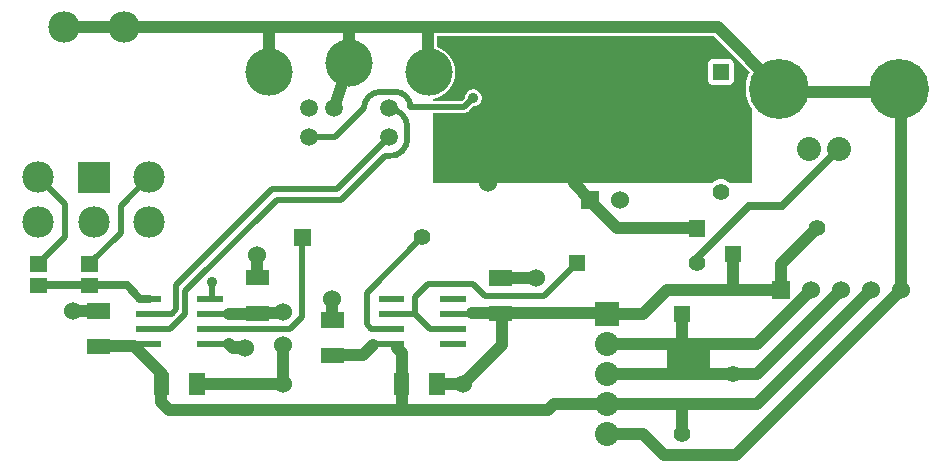
<source format=gbr>
G04 start of page 2 for group 0 idx 0 *
G04 Title: (unknown), component *
G04 Creator: pcb 20140316 *
G04 CreationDate: Wed 09 Mar 2016 04:49:46 PM GMT UTC *
G04 For: fosse *
G04 Format: Gerber/RS-274X *
G04 PCB-Dimensions (mil): 3665.00 1935.00 *
G04 PCB-Coordinate-Origin: lower left *
%MOIN*%
%FSLAX25Y25*%
%LNTOP*%
%ADD33C,0.0358*%
%ADD32C,0.0925*%
%ADD31C,0.0710*%
%ADD30C,0.0650*%
%ADD29C,0.0300*%
%ADD28C,0.0420*%
%ADD27C,0.0320*%
%ADD26C,0.0790*%
%ADD25C,0.0350*%
%ADD24C,0.0360*%
%ADD23R,0.0200X0.0200*%
%ADD22R,0.0512X0.0512*%
%ADD21C,0.0591*%
%ADD20C,0.1575*%
%ADD19C,0.1050*%
%ADD18C,0.0550*%
%ADD17C,0.0600*%
%ADD16C,0.0800*%
%ADD15C,0.2000*%
%ADD14C,0.0250*%
%ADD13C,0.0200*%
%ADD12C,0.0400*%
%ADD11C,0.0001*%
G54D11*G36*
X173000Y138000D02*X181000D01*
Y130000D01*
X173000D01*
Y138000D01*
G37*
G36*
X190240Y137278D02*X200000D01*
Y127500D01*
X190240D01*
Y137278D01*
G37*
G36*
X244000Y174257D02*X253707Y164550D01*
X253445Y164123D01*
X252768Y162487D01*
X252354Y160765D01*
X252215Y159000D01*
X252354Y157235D01*
X252768Y155513D01*
X253445Y153877D01*
X254370Y152367D01*
X254500Y152215D01*
Y127500D01*
X247108D01*
X247014Y127609D01*
X246506Y128044D01*
X245935Y128393D01*
X245317Y128649D01*
X244667Y128806D01*
X244000Y128858D01*
Y160352D01*
X246985Y160359D01*
X247215Y160414D01*
X247433Y160504D01*
X247634Y160628D01*
X247814Y160781D01*
X247967Y160960D01*
X248091Y161162D01*
X248181Y161380D01*
X248236Y161610D01*
X248250Y161845D01*
X248236Y167580D01*
X248181Y167810D01*
X248091Y168028D01*
X247967Y168229D01*
X247814Y168409D01*
X247634Y168562D01*
X247433Y168686D01*
X247215Y168776D01*
X246985Y168831D01*
X246750Y168845D01*
X244000Y168838D01*
Y174257D01*
G37*
G36*
X176994Y176500D02*X241757D01*
X244000Y174257D01*
Y168838D01*
X241015Y168831D01*
X240785Y168776D01*
X240567Y168686D01*
X240366Y168562D01*
X240186Y168409D01*
X240033Y168229D01*
X239909Y168028D01*
X239819Y167810D01*
X239764Y167580D01*
X239750Y167345D01*
X239764Y161610D01*
X239819Y161380D01*
X239909Y161162D01*
X240033Y160960D01*
X240186Y160781D01*
X240366Y160628D01*
X240567Y160504D01*
X240785Y160414D01*
X241015Y160359D01*
X241250Y160345D01*
X244000Y160352D01*
Y128858D01*
X243333Y128806D01*
X242683Y128649D01*
X242065Y128393D01*
X241494Y128044D01*
X240986Y127609D01*
X240892Y127500D01*
X199243D01*
X198000Y128743D01*
Y129354D01*
X198246Y129642D01*
X198575Y130178D01*
X198816Y130760D01*
X198963Y131372D01*
X199000Y132000D01*
X198963Y132628D01*
X198816Y133240D01*
X198575Y133822D01*
X198246Y134358D01*
X197837Y134837D01*
X197358Y135246D01*
X196822Y135575D01*
X196240Y135816D01*
X195628Y135963D01*
X195000Y136012D01*
X194372Y135963D01*
X193760Y135816D01*
X193178Y135575D01*
X192642Y135246D01*
X192163Y134837D01*
X191754Y134358D01*
X191425Y133822D01*
X191184Y133240D01*
X191037Y132628D01*
X190988Y132000D01*
X191037Y131372D01*
X191184Y130760D01*
X191425Y130178D01*
X191754Y129642D01*
X192000Y129354D01*
Y127618D01*
X191991Y127500D01*
Y127500D01*
X176994D01*
Y129988D01*
X177000Y129988D01*
X177628Y130037D01*
X178240Y130184D01*
X178822Y130425D01*
X179358Y130754D01*
X179837Y131163D01*
X180246Y131642D01*
X180575Y132178D01*
X180816Y132760D01*
X180963Y133372D01*
X181000Y134000D01*
X180963Y134628D01*
X180816Y135240D01*
X180575Y135822D01*
X180246Y136358D01*
X179837Y136837D01*
X179358Y137246D01*
X178822Y137575D01*
X178240Y137816D01*
X177628Y137963D01*
X177000Y138012D01*
X176994Y138012D01*
Y176500D01*
G37*
G36*
X148000Y127500D02*Y151000D01*
X158422D01*
X158500Y150994D01*
X158814Y151019D01*
X159120Y151092D01*
X159411Y151212D01*
X159679Y151377D01*
X159919Y151581D01*
X159970Y151641D01*
X161521Y153193D01*
X161939Y153226D01*
X162368Y153329D01*
X162775Y153497D01*
X163151Y153728D01*
X163486Y154014D01*
X163772Y154349D01*
X164003Y154725D01*
X164171Y155132D01*
X164274Y155561D01*
X164300Y156000D01*
X164274Y156439D01*
X164171Y156868D01*
X164003Y157275D01*
X163772Y157651D01*
X163486Y157986D01*
X163151Y158272D01*
X162775Y158503D01*
X162368Y158671D01*
X161939Y158774D01*
X161500Y158809D01*
X161061Y158774D01*
X160632Y158671D01*
X160225Y158503D01*
X159849Y158272D01*
X159514Y157986D01*
X159228Y157651D01*
X158997Y157275D01*
X158829Y156868D01*
X158726Y156439D01*
X158693Y156021D01*
X157672Y155000D01*
X148000D01*
Y155649D01*
X149326Y155967D01*
X150616Y156502D01*
X151807Y157232D01*
X152869Y158139D01*
X153776Y159201D01*
X154506Y160392D01*
X155041Y161682D01*
X155367Y163041D01*
X155449Y164433D01*
X155367Y165825D01*
X155041Y167184D01*
X154506Y168474D01*
X153776Y169665D01*
X152869Y170727D01*
X151807Y171634D01*
X150616Y172364D01*
X149500Y172826D01*
Y176500D01*
X176994D01*
Y138012D01*
X176372Y137963D01*
X175760Y137816D01*
X175178Y137575D01*
X174642Y137246D01*
X174163Y136837D01*
X173754Y136358D01*
X173425Y135822D01*
X173184Y135240D01*
X173037Y134628D01*
X172988Y134000D01*
X173037Y133372D01*
X173184Y132760D01*
X173425Y132178D01*
X173754Y131642D01*
X174163Y131163D01*
X174642Y130754D01*
X175178Y130425D01*
X175760Y130184D01*
X176372Y130037D01*
X176994Y129988D01*
Y127500D01*
X170405D01*
X170368Y128128D01*
X170221Y128740D01*
X169980Y129322D01*
X169651Y129858D01*
X169242Y130337D01*
X168764Y130746D01*
X168227Y131075D01*
X167645Y131316D01*
X167033Y131463D01*
X166405Y131512D01*
X165777Y131463D01*
X165165Y131316D01*
X164584Y131075D01*
X164047Y130746D01*
X163568Y130337D01*
X163159Y129858D01*
X162830Y129322D01*
X162589Y128740D01*
X162442Y128128D01*
X162393Y127500D01*
X148000D01*
G37*
G36*
X161500Y133500D02*X171000D01*
Y127500D01*
X161500D01*
Y133500D01*
G37*
G54D12*X146500Y179500D02*Y164508D01*
X146575Y164433D01*
X120000Y167583D02*Y179500D01*
X93425Y164433D02*Y178925D01*
X93500Y179000D01*
X25000Y179500D02*X243000D01*
X303500Y158000D02*X263000D01*
X243000Y179500D02*X263500Y159000D01*
G54D13*X130500Y158000D02*X135500D01*
X53500Y114500D02*X55457D01*
X65500Y91500D02*X96000Y122000D01*
G54D12*X89500Y96000D02*Y103500D01*
G54D13*X62500Y93500D02*X94500Y125500D01*
X16500Y129500D02*X25500Y120500D01*
Y109543D01*
X16500Y100543D01*
X44000Y111043D02*X33500Y100543D01*
X53500Y129500D02*X44000Y120000D01*
Y111043D01*
X96000Y122000D02*X117500D01*
X94500Y125500D02*X116000D01*
X133000Y142500D01*
Y143000D01*
X139500Y146000D02*Y142500D01*
X133500Y136500D02*X132000D01*
X117500Y122000D02*X132000Y136500D01*
G54D12*X120000Y167583D02*X114882Y152622D01*
G54D13*X106614Y142780D02*X115280D01*
X125000Y152500D01*
X140500Y153000D02*X158500D01*
X161500Y156000D01*
G54D14*X16500Y93457D02*X46000D01*
X53250Y89000D02*X50414D01*
X45957Y93457D01*
G54D13*X53250Y74000D02*X37405D01*
X36500Y73095D01*
G54D12*X46905D01*
G54D13*X53250Y79000D02*X60500D01*
X65500Y84000D01*
Y91500D01*
X53250Y84000D02*X61000D01*
X62500Y85500D01*
Y93500D01*
G54D12*X36500Y84905D02*X28095D01*
X28000Y85000D01*
G54D13*X74500Y94500D02*Y89000D01*
X104500Y83000D02*Y109500D01*
X100500Y79000D02*X104500Y83000D01*
G54D12*X114500Y81905D02*Y89000D01*
G54D13*X73750Y84000D02*X87000D01*
G54D12*X87500D02*X80000D01*
G54D13*X73750Y79000D02*X100500D01*
G54D12*X85500Y72500D02*X81500D01*
X80000Y74000D01*
G54D13*X73750D02*X84000D01*
X85500Y72500D01*
G54D12*X89500Y84190D02*X97690D01*
X98000Y84500D01*
G54D13*X134250Y84000D02*X142000D01*
X147000Y79000D01*
X134250D02*X127500D01*
X126000Y80500D01*
Y91000D01*
X142000Y84000D02*Y89500D01*
X154750Y79000D02*X147000D01*
G54D12*X114500Y70095D02*X124595D01*
X128000Y73500D01*
G54D13*X134250Y74000D02*X128405D01*
X124500Y70095D01*
X115500D01*
G54D12*X170500Y84095D02*X160905D01*
G54D13*X168405Y84000D02*X168500Y84095D01*
X154750Y84000D02*X168405D01*
X126000Y91000D02*X144500Y109500D01*
X161500Y94000D02*X165500Y90000D01*
G54D12*X304000Y92000D02*Y158000D01*
X256000Y54000D02*X294000Y92000D01*
X256000Y74000D02*X274000Y92000D01*
X304000D02*X249000Y37000D01*
X256000Y64000D02*X284000Y92000D01*
X206000Y84000D02*X218000D01*
X225000Y91000D01*
X264000Y92000D02*X226000D01*
X218000Y84000D01*
X205905Y84095D02*X206000Y84000D01*
X256000Y74000D02*X206000D01*
X231000Y84000D02*Y64000D01*
X235500Y73000D02*X234500Y74000D01*
X238500D02*X228000D01*
Y64000D01*
X206000D02*X256000D01*
X243500D02*X246000D01*
X231000D02*X235500D01*
Y73000D01*
X234500Y74000D02*Y64000D01*
X238500D01*
Y74000D01*
X248000Y104000D02*Y92000D01*
G54D14*X236000Y101000D02*Y102500D01*
X253500Y120000D01*
X264500D01*
G54D12*X264000Y92000D02*Y100500D01*
X276000Y112500D01*
G54D14*X264500Y120000D02*X283500Y139000D01*
G54D12*X236000Y112500D02*X209500D01*
X200000Y122000D01*
X195000Y132000D02*Y127500D01*
X200500Y122000D01*
X231000Y44000D02*Y53500D01*
X231500Y54000D01*
X206000Y44000D02*X218000D01*
X225000Y37000D01*
X249000D01*
X186500Y52000D02*X188500Y54000D01*
X137595Y60500D02*Y70905D01*
X136000Y72500D01*
X137595Y60595D02*Y52095D01*
X137500Y52000D01*
X158000Y60500D02*X149405D01*
X188500Y54000D02*X256000D01*
X186500Y52000D02*X60000D01*
X57500Y54500D01*
Y60405D01*
X57595Y60500D01*
Y64000D01*
X48500Y73095D01*
X69405Y60500D02*X98000D01*
Y73500D01*
X171000D02*X158000Y60500D01*
X170000Y84095D02*X205905D01*
X171000D02*Y73500D01*
G54D13*X142000Y89500D02*X146500Y94000D01*
X161500D01*
X165500Y90000D02*X185000D01*
X196000Y101000D01*
G54D12*X170500Y95905D02*X182405D01*
X182500Y96000D01*
G54D13*X133500Y136500D02*G75*G03X139500Y142500I0J6000D01*G01*
Y146000D02*G75*G03X133000Y152500I-6500J0D01*G01*
X135500Y158000D02*G75*G02X140500Y153000I0J-5000D01*G01*
X125000Y152500D02*G75*G02X130500Y158000I5500J0D01*G01*
G54D15*X263500Y159000D03*
X303500D03*
G54D16*X273500Y139000D03*
X283500D03*
G54D17*X304000Y92000D03*
X294000D03*
X284000D03*
X274000D03*
G54D18*X276000Y112500D03*
G54D11*G36*
X261000Y95000D02*Y89000D01*
X267000D01*
Y95000D01*
X261000D01*
G37*
G36*
X245250Y106750D02*Y101250D01*
X250750D01*
Y106750D01*
X245250D01*
G37*
G54D19*X25000Y179500D03*
X45000D03*
G54D11*G36*
X29750Y134750D02*Y124250D01*
X40250D01*
Y134750D01*
X29750D01*
G37*
G54D19*X16500Y129500D03*
X53500D03*
Y114500D03*
X16500D03*
X35000D03*
G54D11*G36*
X101750Y112250D02*Y106750D01*
X107250D01*
Y112250D01*
X101750D01*
G37*
G54D18*X144500Y109500D03*
G54D20*X120000Y167583D03*
X93425Y164433D03*
G54D21*X106614Y142780D03*
X114882Y152622D03*
X106614D03*
G54D20*X146575Y164433D03*
G54D21*X133386Y152622D03*
Y142780D03*
G54D11*G36*
X193250Y103750D02*Y98250D01*
X198750D01*
Y103750D01*
X193250D01*
G37*
G36*
X202000Y88000D02*Y80000D01*
X210000D01*
Y88000D01*
X202000D01*
G37*
G54D16*X206000Y74000D03*
Y64000D03*
Y54000D03*
Y44000D03*
G54D18*X236000Y101000D03*
G54D11*G36*
X228250Y86750D02*Y81250D01*
X233750D01*
Y86750D01*
X228250D01*
G37*
G54D18*X231000Y44000D03*
X248000Y64000D03*
G54D11*G36*
X233250Y115250D02*Y109750D01*
X238750D01*
Y115250D01*
X233250D01*
G37*
G36*
X241250Y167345D02*Y161845D01*
X246750D01*
Y167345D01*
X241250D01*
G37*
G54D18*X244000Y124595D03*
G54D11*G36*
X197500Y125000D02*Y119000D01*
X203500D01*
Y125000D01*
X197500D01*
G37*
G54D17*X210500Y122000D03*
G54D22*X33107Y100543D02*X33893D01*
X33107Y93457D02*X33893D01*
X35319Y84905D02*X37681D01*
X35319Y73095D02*X37681D01*
X16107Y100543D02*X16893D01*
X16107Y93457D02*X16893D01*
G54D23*X50000Y89000D02*X56500D01*
X50000Y84000D02*X56500D01*
X50000Y79000D02*X56500D01*
X50000Y74000D02*X56500D01*
G54D22*X57595Y61681D02*Y59319D01*
G54D23*X70500Y74000D02*X77000D01*
X70500Y79000D02*X77000D01*
X70500Y84000D02*X77000D01*
G54D22*X69405Y61681D02*Y59319D01*
G54D23*X70500Y89000D02*X77000D01*
G54D22*X88319Y96000D02*X90681D01*
X88319Y84190D02*X90681D01*
G54D23*X151500Y74000D02*X158000D01*
X151500Y79000D02*X158000D01*
X151500Y84000D02*X158000D01*
G54D22*X149405Y61681D02*Y59319D01*
G54D23*X131000Y89000D02*X137500D01*
X131000Y84000D02*X137500D01*
X131000Y79000D02*X137500D01*
X131000Y74000D02*X137500D01*
G54D22*X137595Y61681D02*Y59319D01*
G54D23*X151500Y89000D02*X158000D01*
G54D22*X113319Y81905D02*X115681D01*
X113319Y70095D02*X115681D01*
X169319Y95905D02*X171681D01*
X169319Y84095D02*X171681D01*
G54D24*X74500Y94500D03*
G54D17*X89500Y103500D03*
X114500Y89000D03*
X85500Y72500D03*
X98000Y84500D03*
Y73500D03*
X28000Y85000D03*
X229000Y65500D03*
X237500Y73000D03*
X158000Y60500D03*
X182405Y95905D03*
X177000Y134000D03*
X195000Y132000D03*
G54D24*X161500Y156000D03*
G54D17*X166405Y127500D03*
X98000Y60500D03*
G54D13*G54D25*G54D13*G54D25*G54D26*G54D27*G54D28*G54D29*G54D28*G54D29*G54D30*G54D31*G54D29*G54D32*G54D33*G54D32*G54D33*G54D29*G54D12*G54D29*M02*

</source>
